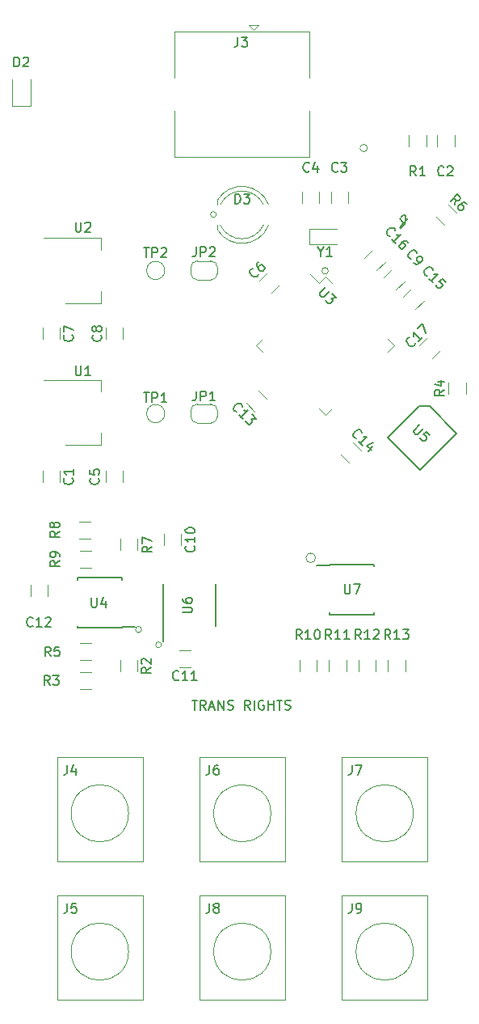
<source format=gbr>
G04 #@! TF.GenerationSoftware,KiCad,Pcbnew,(5.1.2)-2*
G04 #@! TF.CreationDate,2019-12-19T20:27:39-08:00*
G04 #@! TF.ProjectId,mainboard,6d61696e-626f-4617-9264-2e6b69636164,v3*
G04 #@! TF.SameCoordinates,Original*
G04 #@! TF.FileFunction,Legend,Top*
G04 #@! TF.FilePolarity,Positive*
%FSLAX46Y46*%
G04 Gerber Fmt 4.6, Leading zero omitted, Abs format (unit mm)*
G04 Created by KiCad (PCBNEW (5.1.2)-2) date 2019-12-19 20:27:39*
%MOMM*%
%LPD*%
G04 APERTURE LIST*
%ADD10C,0.150000*%
%ADD11C,0.120000*%
%ADD12C,0.050000*%
%ADD13C,0.254000*%
%ADD14C,0.127000*%
G04 APERTURE END LIST*
D10*
X130035714Y-121952380D02*
X130607142Y-121952380D01*
X130321428Y-122952380D02*
X130321428Y-121952380D01*
X131511904Y-122952380D02*
X131178571Y-122476190D01*
X130940476Y-122952380D02*
X130940476Y-121952380D01*
X131321428Y-121952380D01*
X131416666Y-122000000D01*
X131464285Y-122047619D01*
X131511904Y-122142857D01*
X131511904Y-122285714D01*
X131464285Y-122380952D01*
X131416666Y-122428571D01*
X131321428Y-122476190D01*
X130940476Y-122476190D01*
X131892857Y-122666666D02*
X132369047Y-122666666D01*
X131797619Y-122952380D02*
X132130952Y-121952380D01*
X132464285Y-122952380D01*
X132797619Y-122952380D02*
X132797619Y-121952380D01*
X133369047Y-122952380D01*
X133369047Y-121952380D01*
X133797619Y-122904761D02*
X133940476Y-122952380D01*
X134178571Y-122952380D01*
X134273809Y-122904761D01*
X134321428Y-122857142D01*
X134369047Y-122761904D01*
X134369047Y-122666666D01*
X134321428Y-122571428D01*
X134273809Y-122523809D01*
X134178571Y-122476190D01*
X133988095Y-122428571D01*
X133892857Y-122380952D01*
X133845238Y-122333333D01*
X133797619Y-122238095D01*
X133797619Y-122142857D01*
X133845238Y-122047619D01*
X133892857Y-122000000D01*
X133988095Y-121952380D01*
X134226190Y-121952380D01*
X134369047Y-122000000D01*
X136130952Y-122952380D02*
X135797619Y-122476190D01*
X135559523Y-122952380D02*
X135559523Y-121952380D01*
X135940476Y-121952380D01*
X136035714Y-122000000D01*
X136083333Y-122047619D01*
X136130952Y-122142857D01*
X136130952Y-122285714D01*
X136083333Y-122380952D01*
X136035714Y-122428571D01*
X135940476Y-122476190D01*
X135559523Y-122476190D01*
X136559523Y-122952380D02*
X136559523Y-121952380D01*
X137559523Y-122000000D02*
X137464285Y-121952380D01*
X137321428Y-121952380D01*
X137178571Y-122000000D01*
X137083333Y-122095238D01*
X137035714Y-122190476D01*
X136988095Y-122380952D01*
X136988095Y-122523809D01*
X137035714Y-122714285D01*
X137083333Y-122809523D01*
X137178571Y-122904761D01*
X137321428Y-122952380D01*
X137416666Y-122952380D01*
X137559523Y-122904761D01*
X137607142Y-122857142D01*
X137607142Y-122523809D01*
X137416666Y-122523809D01*
X138035714Y-122952380D02*
X138035714Y-121952380D01*
X138035714Y-122428571D02*
X138607142Y-122428571D01*
X138607142Y-122952380D02*
X138607142Y-121952380D01*
X138940476Y-121952380D02*
X139511904Y-121952380D01*
X139226190Y-122952380D02*
X139226190Y-121952380D01*
X139797619Y-122904761D02*
X139940476Y-122952380D01*
X140178571Y-122952380D01*
X140273809Y-122904761D01*
X140321428Y-122857142D01*
X140369047Y-122761904D01*
X140369047Y-122666666D01*
X140321428Y-122571428D01*
X140273809Y-122523809D01*
X140178571Y-122476190D01*
X139988095Y-122428571D01*
X139892857Y-122380952D01*
X139845238Y-122333333D01*
X139797619Y-122238095D01*
X139797619Y-122142857D01*
X139845238Y-122047619D01*
X139892857Y-122000000D01*
X139988095Y-121952380D01*
X140226190Y-121952380D01*
X140369047Y-122000000D01*
D11*
X148430789Y-64150000D02*
G75*
G03X148430789Y-64150000I-380789J0D01*
G01*
X124766228Y-114550000D02*
G75*
G03X124766228Y-114550000I-316228J0D01*
G01*
X126850000Y-116150000D02*
G75*
G03X126850000Y-116150000I-300000J0D01*
G01*
X143000000Y-107050000D02*
G75*
G03X143000000Y-107050000I-500000J0D01*
G01*
X144335410Y-77000000D02*
G75*
G03X144335410Y-77000000I-335410J0D01*
G01*
X132600000Y-71100000D02*
G75*
G03X132600000Y-71100000I-300000J0D01*
G01*
D12*
X115896000Y-138786000D02*
X124896000Y-138786000D01*
X115896000Y-127886000D02*
X124896000Y-127886000D01*
X124896000Y-127886000D02*
X124896000Y-138786000D01*
D11*
X123396000Y-133786000D02*
G75*
G03X123396000Y-133786000I-3000000J0D01*
G01*
D12*
X115896000Y-127886000D02*
X115896000Y-138786000D01*
X130818500Y-138786000D02*
X139818500Y-138786000D01*
X130818500Y-127886000D02*
X139818500Y-127886000D01*
X139818500Y-127886000D02*
X139818500Y-138786000D01*
D11*
X138318500Y-133786000D02*
G75*
G03X138318500Y-133786000I-3000000J0D01*
G01*
D12*
X130818500Y-127886000D02*
X130818500Y-138786000D01*
X115896000Y-153264000D02*
X124896000Y-153264000D01*
X115896000Y-142364000D02*
X124896000Y-142364000D01*
X124896000Y-142364000D02*
X124896000Y-153264000D01*
D11*
X123396000Y-148264000D02*
G75*
G03X123396000Y-148264000I-3000000J0D01*
G01*
D12*
X115896000Y-142364000D02*
X115896000Y-153264000D01*
X145741000Y-138786000D02*
X154741000Y-138786000D01*
X145741000Y-127886000D02*
X154741000Y-127886000D01*
X154741000Y-127886000D02*
X154741000Y-138786000D01*
D11*
X153241000Y-133786000D02*
G75*
G03X153241000Y-133786000I-3000000J0D01*
G01*
D12*
X145741000Y-127886000D02*
X145741000Y-138786000D01*
X130818500Y-153264000D02*
X139818500Y-153264000D01*
X130818500Y-142364000D02*
X139818500Y-142364000D01*
X139818500Y-142364000D02*
X139818500Y-153264000D01*
D11*
X138318500Y-148264000D02*
G75*
G03X138318500Y-148264000I-3000000J0D01*
G01*
D12*
X130818500Y-142364000D02*
X130818500Y-153264000D01*
X145741000Y-153264000D02*
X154741000Y-153264000D01*
X145741000Y-142364000D02*
X154741000Y-142364000D01*
X154741000Y-142364000D02*
X154741000Y-153264000D01*
D11*
X153241000Y-148264000D02*
G75*
G03X153241000Y-148264000I-3000000J0D01*
G01*
D12*
X145741000Y-142364000D02*
X145741000Y-153264000D01*
D10*
X132519000Y-114214000D02*
X132519000Y-109814000D01*
X126994000Y-115789000D02*
X126994000Y-109814000D01*
D11*
X111181000Y-56912000D02*
X111181000Y-59772000D01*
X111181000Y-59772000D02*
X113101000Y-59772000D01*
X113101000Y-59772000D02*
X113101000Y-56912000D01*
D13*
X151814871Y-72483304D02*
X152353686Y-71944489D01*
D11*
X128225000Y-56753000D02*
X128225000Y-51953000D01*
X128225000Y-65053000D02*
X128225000Y-60253000D01*
X142325000Y-65053000D02*
X128225000Y-65053000D01*
X142325000Y-60253000D02*
X142325000Y-65053000D01*
X142325000Y-51953000D02*
X142325000Y-56753000D01*
X128225000Y-51953000D02*
X142325000Y-51953000D01*
X136025000Y-51253000D02*
X136525000Y-51753000D01*
X137025000Y-51253000D02*
X136025000Y-51253000D01*
X136525000Y-51753000D02*
X137025000Y-51253000D01*
X132018000Y-90948000D02*
G75*
G02X132718000Y-91648000I0J-700000D01*
G01*
X132718000Y-92248000D02*
G75*
G02X132018000Y-92948000I-700000J0D01*
G01*
X130618000Y-92948000D02*
G75*
G02X129918000Y-92248000I0J700000D01*
G01*
X129918000Y-91648000D02*
G75*
G02X130618000Y-90948000I700000J0D01*
G01*
X129918000Y-92248000D02*
X129918000Y-91648000D01*
X132018000Y-92948000D02*
X130618000Y-92948000D01*
X132718000Y-91648000D02*
X132718000Y-92248000D01*
X130618000Y-90948000D02*
X132018000Y-90948000D01*
X130618000Y-75962000D02*
X132018000Y-75962000D01*
X132718000Y-76662000D02*
X132718000Y-77262000D01*
X132018000Y-77962000D02*
X130618000Y-77962000D01*
X129918000Y-77262000D02*
X129918000Y-76662000D01*
X129918000Y-76662000D02*
G75*
G02X130618000Y-75962000I700000J0D01*
G01*
X130618000Y-77962000D02*
G75*
G02X129918000Y-77262000I0J700000D01*
G01*
X132718000Y-77262000D02*
G75*
G02X132018000Y-77962000I-700000J0D01*
G01*
X132018000Y-75962000D02*
G75*
G02X132718000Y-76662000I0J-700000D01*
G01*
X152790000Y-62810436D02*
X152790000Y-64014564D01*
X154610000Y-62810436D02*
X154610000Y-64014564D01*
X122534000Y-117761936D02*
X122534000Y-118966064D01*
X124354000Y-117761936D02*
X124354000Y-118966064D01*
X118269936Y-118978000D02*
X119474064Y-118978000D01*
X118269936Y-120798000D02*
X119474064Y-120798000D01*
X156951000Y-89883064D02*
X156951000Y-88678936D01*
X158771000Y-89883064D02*
X158771000Y-88678936D01*
X118269936Y-115930000D02*
X119474064Y-115930000D01*
X118269936Y-117750000D02*
X119474064Y-117750000D01*
X157787191Y-70902256D02*
X156935744Y-70050809D01*
X156500256Y-72189191D02*
X155648809Y-71337744D01*
X124354000Y-106266064D02*
X124354000Y-105061936D01*
X122534000Y-106266064D02*
X122534000Y-105061936D01*
X118233436Y-103230000D02*
X119437564Y-103230000D01*
X118233436Y-105050000D02*
X119437564Y-105050000D01*
X118269936Y-106278000D02*
X119474064Y-106278000D01*
X118269936Y-108098000D02*
X119474064Y-108098000D01*
X141330000Y-118966064D02*
X141330000Y-117761936D01*
X143150000Y-118966064D02*
X143150000Y-117761936D01*
X146240333Y-118966064D02*
X146240333Y-117761936D01*
X144420333Y-118966064D02*
X144420333Y-117761936D01*
X147510666Y-118966064D02*
X147510666Y-117761936D01*
X149330666Y-118966064D02*
X149330666Y-117761936D01*
X152421000Y-118966064D02*
X152421000Y-117761936D01*
X150601000Y-118966064D02*
X150601000Y-117761936D01*
X127188000Y-91948000D02*
G75*
G03X127188000Y-91948000I-950000J0D01*
G01*
X127188000Y-76962000D02*
G75*
G03X127188000Y-76962000I-950000J0D01*
G01*
X114518000Y-88411000D02*
X120528000Y-88411000D01*
X116768000Y-95231000D02*
X120528000Y-95231000D01*
X120528000Y-88411000D02*
X120528000Y-89671000D01*
X120528000Y-95231000D02*
X120528000Y-93971000D01*
X120528000Y-80372000D02*
X120528000Y-79112000D01*
X120528000Y-73552000D02*
X120528000Y-74812000D01*
X116768000Y-80372000D02*
X120528000Y-80372000D01*
X114518000Y-73552000D02*
X120528000Y-73552000D01*
D10*
X122721000Y-114260000D02*
X124071000Y-114260000D01*
X122721000Y-109135000D02*
X118071000Y-109135000D01*
X122721000Y-114385000D02*
X118071000Y-114385000D01*
X122721000Y-109135000D02*
X122721000Y-109360000D01*
X118071000Y-109135000D02*
X118071000Y-109360000D01*
X118071000Y-114385000D02*
X118071000Y-114160000D01*
X122721000Y-114385000D02*
X122721000Y-114260000D01*
X153827982Y-91189905D02*
X154959353Y-91189905D01*
X154959353Y-91189905D02*
X157787780Y-94018332D01*
X157787780Y-94018332D02*
X153962332Y-97843780D01*
X153962332Y-97843780D02*
X150568220Y-94449668D01*
X150568220Y-94449668D02*
X153827982Y-91189905D01*
X144487000Y-107738000D02*
X144487000Y-107863000D01*
X149137000Y-107738000D02*
X149137000Y-107963000D01*
X149137000Y-112988000D02*
X149137000Y-112763000D01*
X144487000Y-112988000D02*
X144487000Y-112763000D01*
X144487000Y-107738000D02*
X149137000Y-107738000D01*
X144487000Y-112988000D02*
X149137000Y-112988000D01*
X144487000Y-107863000D02*
X143137000Y-107863000D01*
D11*
X145218000Y-72606000D02*
X142368000Y-72606000D01*
X142368000Y-72606000D02*
X142368000Y-74206000D01*
X142368000Y-74206000D02*
X145218000Y-74206000D01*
X116226000Y-97949936D02*
X116226000Y-99154064D01*
X114406000Y-97949936D02*
X114406000Y-99154064D01*
X155740000Y-62810436D02*
X155740000Y-64014564D01*
X157560000Y-62810436D02*
X157560000Y-64014564D01*
X146452000Y-69944064D02*
X146452000Y-68739936D01*
X144632000Y-69944064D02*
X144632000Y-68739936D01*
X141584000Y-69944064D02*
X141584000Y-68739936D01*
X143404000Y-69944064D02*
X143404000Y-68739936D01*
X122830000Y-97949936D02*
X122830000Y-99154064D01*
X121010000Y-97949936D02*
X121010000Y-99154064D01*
X116226000Y-82963936D02*
X116226000Y-84168064D01*
X114406000Y-82963936D02*
X114406000Y-84168064D01*
X121010000Y-82963936D02*
X121010000Y-84168064D01*
X122830000Y-82963936D02*
X122830000Y-84168064D01*
X152300791Y-78094144D02*
X151449344Y-78945591D01*
X151013856Y-76807209D02*
X150162409Y-77658656D01*
X128926000Y-105758064D02*
X128926000Y-104553936D01*
X127106000Y-105758064D02*
X127106000Y-104553936D01*
X129888064Y-118512000D02*
X128683936Y-118512000D01*
X129888064Y-116692000D02*
X128683936Y-116692000D01*
X114956000Y-111092064D02*
X114956000Y-109887936D01*
X113136000Y-111092064D02*
X113136000Y-109887936D01*
X135737488Y-90859923D02*
X136588935Y-91711370D01*
X137024423Y-89572988D02*
X137875870Y-90424435D01*
X146930423Y-94970488D02*
X147781870Y-95821935D01*
X145643488Y-96257423D02*
X146494935Y-97108870D01*
X153045856Y-78839209D02*
X152194409Y-79690656D01*
X154332791Y-80126144D02*
X153481344Y-80977591D01*
X149417344Y-76913591D02*
X150268791Y-76062144D01*
X148130409Y-75626656D02*
X148981856Y-74775209D01*
X156036870Y-85280065D02*
X155185423Y-86131512D01*
X154749935Y-83993130D02*
X153898488Y-84844577D01*
X137106809Y-78014256D02*
X137958256Y-77162809D01*
X138393744Y-79301191D02*
X139245191Y-78449744D01*
X144689751Y-78281120D02*
X144018000Y-77609369D01*
X144018000Y-77609369D02*
X143346249Y-78281120D01*
X150572880Y-84164249D02*
X151244631Y-84836000D01*
X151244631Y-84836000D02*
X150572880Y-85507751D01*
X137463120Y-85507751D02*
X136791369Y-84836000D01*
X136791369Y-84836000D02*
X137463120Y-84164249D01*
X143346249Y-91390880D02*
X144018000Y-92062631D01*
X144018000Y-92062631D02*
X144689751Y-91390880D01*
X143346249Y-78281120D02*
X142434081Y-77368952D01*
X138067815Y-70069173D02*
G75*
G03X132720000Y-69605170I-2787815J-1080827D01*
G01*
X138067815Y-72230827D02*
G75*
G02X132720000Y-72694830I-2787815J1080827D01*
G01*
X137534479Y-70069571D02*
G75*
G03X133025316Y-70070000I-2254479J-1080429D01*
G01*
X137534479Y-72230429D02*
G75*
G02X133025316Y-72230000I-2254479J1080429D01*
G01*
X132720000Y-69605000D02*
X132720000Y-70070000D01*
X132720000Y-72230000D02*
X132720000Y-72695000D01*
D10*
X116962666Y-128738380D02*
X116962666Y-129452666D01*
X116915047Y-129595523D01*
X116819809Y-129690761D01*
X116676952Y-129738380D01*
X116581714Y-129738380D01*
X117867428Y-129071714D02*
X117867428Y-129738380D01*
X117629333Y-128690761D02*
X117391238Y-129405047D01*
X118010285Y-129405047D01*
X131885166Y-128738380D02*
X131885166Y-129452666D01*
X131837547Y-129595523D01*
X131742309Y-129690761D01*
X131599452Y-129738380D01*
X131504214Y-129738380D01*
X132789928Y-128738380D02*
X132599452Y-128738380D01*
X132504214Y-128786000D01*
X132456595Y-128833619D01*
X132361357Y-128976476D01*
X132313738Y-129166952D01*
X132313738Y-129547904D01*
X132361357Y-129643142D01*
X132408976Y-129690761D01*
X132504214Y-129738380D01*
X132694690Y-129738380D01*
X132789928Y-129690761D01*
X132837547Y-129643142D01*
X132885166Y-129547904D01*
X132885166Y-129309809D01*
X132837547Y-129214571D01*
X132789928Y-129166952D01*
X132694690Y-129119333D01*
X132504214Y-129119333D01*
X132408976Y-129166952D01*
X132361357Y-129214571D01*
X132313738Y-129309809D01*
X116962666Y-143216380D02*
X116962666Y-143930666D01*
X116915047Y-144073523D01*
X116819809Y-144168761D01*
X116676952Y-144216380D01*
X116581714Y-144216380D01*
X117915047Y-143216380D02*
X117438857Y-143216380D01*
X117391238Y-143692571D01*
X117438857Y-143644952D01*
X117534095Y-143597333D01*
X117772190Y-143597333D01*
X117867428Y-143644952D01*
X117915047Y-143692571D01*
X117962666Y-143787809D01*
X117962666Y-144025904D01*
X117915047Y-144121142D01*
X117867428Y-144168761D01*
X117772190Y-144216380D01*
X117534095Y-144216380D01*
X117438857Y-144168761D01*
X117391238Y-144121142D01*
X146807666Y-128738380D02*
X146807666Y-129452666D01*
X146760047Y-129595523D01*
X146664809Y-129690761D01*
X146521952Y-129738380D01*
X146426714Y-129738380D01*
X147188619Y-128738380D02*
X147855285Y-128738380D01*
X147426714Y-129738380D01*
X131885166Y-143216380D02*
X131885166Y-143930666D01*
X131837547Y-144073523D01*
X131742309Y-144168761D01*
X131599452Y-144216380D01*
X131504214Y-144216380D01*
X132504214Y-143644952D02*
X132408976Y-143597333D01*
X132361357Y-143549714D01*
X132313738Y-143454476D01*
X132313738Y-143406857D01*
X132361357Y-143311619D01*
X132408976Y-143264000D01*
X132504214Y-143216380D01*
X132694690Y-143216380D01*
X132789928Y-143264000D01*
X132837547Y-143311619D01*
X132885166Y-143406857D01*
X132885166Y-143454476D01*
X132837547Y-143549714D01*
X132789928Y-143597333D01*
X132694690Y-143644952D01*
X132504214Y-143644952D01*
X132408976Y-143692571D01*
X132361357Y-143740190D01*
X132313738Y-143835428D01*
X132313738Y-144025904D01*
X132361357Y-144121142D01*
X132408976Y-144168761D01*
X132504214Y-144216380D01*
X132694690Y-144216380D01*
X132789928Y-144168761D01*
X132837547Y-144121142D01*
X132885166Y-144025904D01*
X132885166Y-143835428D01*
X132837547Y-143740190D01*
X132789928Y-143692571D01*
X132694690Y-143644952D01*
X146807666Y-143216380D02*
X146807666Y-143930666D01*
X146760047Y-144073523D01*
X146664809Y-144168761D01*
X146521952Y-144216380D01*
X146426714Y-144216380D01*
X147331476Y-144216380D02*
X147521952Y-144216380D01*
X147617190Y-144168761D01*
X147664809Y-144121142D01*
X147760047Y-143978285D01*
X147807666Y-143787809D01*
X147807666Y-143406857D01*
X147760047Y-143311619D01*
X147712428Y-143264000D01*
X147617190Y-143216380D01*
X147426714Y-143216380D01*
X147331476Y-143264000D01*
X147283857Y-143311619D01*
X147236238Y-143406857D01*
X147236238Y-143644952D01*
X147283857Y-143740190D01*
X147331476Y-143787809D01*
X147426714Y-143835428D01*
X147617190Y-143835428D01*
X147712428Y-143787809D01*
X147760047Y-143740190D01*
X147807666Y-143644952D01*
X129055880Y-112775904D02*
X129865404Y-112775904D01*
X129960642Y-112728285D01*
X130008261Y-112680666D01*
X130055880Y-112585428D01*
X130055880Y-112394952D01*
X130008261Y-112299714D01*
X129960642Y-112252095D01*
X129865404Y-112204476D01*
X129055880Y-112204476D01*
X129055880Y-111299714D02*
X129055880Y-111490190D01*
X129103500Y-111585428D01*
X129151119Y-111633047D01*
X129293976Y-111728285D01*
X129484452Y-111775904D01*
X129865404Y-111775904D01*
X129960642Y-111728285D01*
X130008261Y-111680666D01*
X130055880Y-111585428D01*
X130055880Y-111394952D01*
X130008261Y-111299714D01*
X129960642Y-111252095D01*
X129865404Y-111204476D01*
X129627309Y-111204476D01*
X129532071Y-111252095D01*
X129484452Y-111299714D01*
X129436833Y-111394952D01*
X129436833Y-111585428D01*
X129484452Y-111680666D01*
X129532071Y-111728285D01*
X129627309Y-111775904D01*
X111402904Y-55633880D02*
X111402904Y-54633880D01*
X111641000Y-54633880D01*
X111783857Y-54681500D01*
X111879095Y-54776738D01*
X111926714Y-54871976D01*
X111974333Y-55062452D01*
X111974333Y-55205309D01*
X111926714Y-55395785D01*
X111879095Y-55491023D01*
X111783857Y-55586261D01*
X111641000Y-55633880D01*
X111402904Y-55633880D01*
X112355285Y-54729119D02*
X112402904Y-54681500D01*
X112498142Y-54633880D01*
X112736238Y-54633880D01*
X112831476Y-54681500D01*
X112879095Y-54729119D01*
X112926714Y-54824357D01*
X112926714Y-54919595D01*
X112879095Y-55062452D01*
X112307666Y-55633880D01*
X112926714Y-55633880D01*
D14*
X151820263Y-71507631D02*
X152128157Y-71815526D01*
X152169210Y-71897631D01*
X152169210Y-71979736D01*
X152128157Y-72061841D01*
X152087105Y-72102894D01*
X152046052Y-71363947D02*
X152046052Y-71322894D01*
X152066579Y-71261316D01*
X152169210Y-71158684D01*
X152230789Y-71138158D01*
X152271842Y-71138158D01*
X152333420Y-71158684D01*
X152374473Y-71199737D01*
X152415526Y-71281842D01*
X152415526Y-71774473D01*
X152682368Y-71507631D01*
D10*
X134858166Y-52538380D02*
X134858166Y-53252666D01*
X134810547Y-53395523D01*
X134715309Y-53490761D01*
X134572452Y-53538380D01*
X134477214Y-53538380D01*
X135239119Y-52538380D02*
X135858166Y-52538380D01*
X135524833Y-52919333D01*
X135667690Y-52919333D01*
X135762928Y-52966952D01*
X135810547Y-53014571D01*
X135858166Y-53109809D01*
X135858166Y-53347904D01*
X135810547Y-53443142D01*
X135762928Y-53490761D01*
X135667690Y-53538380D01*
X135381976Y-53538380D01*
X135286738Y-53490761D01*
X135239119Y-53443142D01*
X130484666Y-89600380D02*
X130484666Y-90314666D01*
X130437047Y-90457523D01*
X130341809Y-90552761D01*
X130198952Y-90600380D01*
X130103714Y-90600380D01*
X130960857Y-90600380D02*
X130960857Y-89600380D01*
X131341809Y-89600380D01*
X131437047Y-89648000D01*
X131484666Y-89695619D01*
X131532285Y-89790857D01*
X131532285Y-89933714D01*
X131484666Y-90028952D01*
X131437047Y-90076571D01*
X131341809Y-90124190D01*
X130960857Y-90124190D01*
X132484666Y-90600380D02*
X131913238Y-90600380D01*
X132198952Y-90600380D02*
X132198952Y-89600380D01*
X132103714Y-89743238D01*
X132008476Y-89838476D01*
X131913238Y-89886095D01*
X130484666Y-74509380D02*
X130484666Y-75223666D01*
X130437047Y-75366523D01*
X130341809Y-75461761D01*
X130198952Y-75509380D01*
X130103714Y-75509380D01*
X130960857Y-75509380D02*
X130960857Y-74509380D01*
X131341809Y-74509380D01*
X131437047Y-74557000D01*
X131484666Y-74604619D01*
X131532285Y-74699857D01*
X131532285Y-74842714D01*
X131484666Y-74937952D01*
X131437047Y-74985571D01*
X131341809Y-75033190D01*
X130960857Y-75033190D01*
X131913238Y-74604619D02*
X131960857Y-74557000D01*
X132056095Y-74509380D01*
X132294190Y-74509380D01*
X132389428Y-74557000D01*
X132437047Y-74604619D01*
X132484666Y-74699857D01*
X132484666Y-74795095D01*
X132437047Y-74937952D01*
X131865619Y-75509380D01*
X132484666Y-75509380D01*
X153533333Y-67052380D02*
X153200000Y-66576190D01*
X152961904Y-67052380D02*
X152961904Y-66052380D01*
X153342857Y-66052380D01*
X153438095Y-66100000D01*
X153485714Y-66147619D01*
X153533333Y-66242857D01*
X153533333Y-66385714D01*
X153485714Y-66480952D01*
X153438095Y-66528571D01*
X153342857Y-66576190D01*
X152961904Y-66576190D01*
X154485714Y-67052380D02*
X153914285Y-67052380D01*
X154200000Y-67052380D02*
X154200000Y-66052380D01*
X154104761Y-66195238D01*
X154009523Y-66290476D01*
X153914285Y-66338095D01*
X125716380Y-118530666D02*
X125240190Y-118864000D01*
X125716380Y-119102095D02*
X124716380Y-119102095D01*
X124716380Y-118721142D01*
X124764000Y-118625904D01*
X124811619Y-118578285D01*
X124906857Y-118530666D01*
X125049714Y-118530666D01*
X125144952Y-118578285D01*
X125192571Y-118625904D01*
X125240190Y-118721142D01*
X125240190Y-119102095D01*
X124811619Y-118149714D02*
X124764000Y-118102095D01*
X124716380Y-118006857D01*
X124716380Y-117768761D01*
X124764000Y-117673523D01*
X124811619Y-117625904D01*
X124906857Y-117578285D01*
X125002095Y-117578285D01*
X125144952Y-117625904D01*
X125716380Y-118197333D01*
X125716380Y-117578285D01*
X115133333Y-120352380D02*
X114800000Y-119876190D01*
X114561904Y-120352380D02*
X114561904Y-119352380D01*
X114942857Y-119352380D01*
X115038095Y-119400000D01*
X115085714Y-119447619D01*
X115133333Y-119542857D01*
X115133333Y-119685714D01*
X115085714Y-119780952D01*
X115038095Y-119828571D01*
X114942857Y-119876190D01*
X114561904Y-119876190D01*
X115466666Y-119352380D02*
X116085714Y-119352380D01*
X115752380Y-119733333D01*
X115895238Y-119733333D01*
X115990476Y-119780952D01*
X116038095Y-119828571D01*
X116085714Y-119923809D01*
X116085714Y-120161904D01*
X116038095Y-120257142D01*
X115990476Y-120304761D01*
X115895238Y-120352380D01*
X115609523Y-120352380D01*
X115514285Y-120304761D01*
X115466666Y-120257142D01*
X156493380Y-89447666D02*
X156017190Y-89781000D01*
X156493380Y-90019095D02*
X155493380Y-90019095D01*
X155493380Y-89638142D01*
X155541000Y-89542904D01*
X155588619Y-89495285D01*
X155683857Y-89447666D01*
X155826714Y-89447666D01*
X155921952Y-89495285D01*
X155969571Y-89542904D01*
X156017190Y-89638142D01*
X156017190Y-90019095D01*
X155826714Y-88590523D02*
X156493380Y-88590523D01*
X155445761Y-88828619D02*
X156160047Y-89066714D01*
X156160047Y-88447666D01*
X115233333Y-117352380D02*
X114900000Y-116876190D01*
X114661904Y-117352380D02*
X114661904Y-116352380D01*
X115042857Y-116352380D01*
X115138095Y-116400000D01*
X115185714Y-116447619D01*
X115233333Y-116542857D01*
X115233333Y-116685714D01*
X115185714Y-116780952D01*
X115138095Y-116828571D01*
X115042857Y-116876190D01*
X114661904Y-116876190D01*
X116138095Y-116352380D02*
X115661904Y-116352380D01*
X115614285Y-116828571D01*
X115661904Y-116780952D01*
X115757142Y-116733333D01*
X115995238Y-116733333D01*
X116090476Y-116780952D01*
X116138095Y-116828571D01*
X116185714Y-116923809D01*
X116185714Y-117161904D01*
X116138095Y-117257142D01*
X116090476Y-117304761D01*
X115995238Y-117352380D01*
X115757142Y-117352380D01*
X115661904Y-117304761D01*
X115614285Y-117257142D01*
X157550268Y-70102030D02*
X157651283Y-69529610D01*
X157146207Y-69697969D02*
X157853313Y-68990862D01*
X158122688Y-69260236D01*
X158156359Y-69361251D01*
X158156359Y-69428595D01*
X158122688Y-69529610D01*
X158021672Y-69630625D01*
X157920657Y-69664297D01*
X157853313Y-69664297D01*
X157752298Y-69630625D01*
X157482924Y-69361251D01*
X158863466Y-70001015D02*
X158728779Y-69866328D01*
X158627764Y-69832656D01*
X158560420Y-69832656D01*
X158392062Y-69866328D01*
X158223703Y-69967343D01*
X157954329Y-70236717D01*
X157920657Y-70337732D01*
X157920657Y-70405076D01*
X157954329Y-70506091D01*
X158089016Y-70640778D01*
X158190031Y-70674450D01*
X158257375Y-70674450D01*
X158358390Y-70640778D01*
X158526749Y-70472419D01*
X158560420Y-70371404D01*
X158560420Y-70304061D01*
X158526749Y-70203045D01*
X158392062Y-70068358D01*
X158291046Y-70034687D01*
X158223703Y-70034687D01*
X158122688Y-70068358D01*
X125852380Y-105866666D02*
X125376190Y-106200000D01*
X125852380Y-106438095D02*
X124852380Y-106438095D01*
X124852380Y-106057142D01*
X124900000Y-105961904D01*
X124947619Y-105914285D01*
X125042857Y-105866666D01*
X125185714Y-105866666D01*
X125280952Y-105914285D01*
X125328571Y-105961904D01*
X125376190Y-106057142D01*
X125376190Y-106438095D01*
X124852380Y-105533333D02*
X124852380Y-104866666D01*
X125852380Y-105295238D01*
X116152380Y-104266666D02*
X115676190Y-104600000D01*
X116152380Y-104838095D02*
X115152380Y-104838095D01*
X115152380Y-104457142D01*
X115200000Y-104361904D01*
X115247619Y-104314285D01*
X115342857Y-104266666D01*
X115485714Y-104266666D01*
X115580952Y-104314285D01*
X115628571Y-104361904D01*
X115676190Y-104457142D01*
X115676190Y-104838095D01*
X115580952Y-103695238D02*
X115533333Y-103790476D01*
X115485714Y-103838095D01*
X115390476Y-103885714D01*
X115342857Y-103885714D01*
X115247619Y-103838095D01*
X115200000Y-103790476D01*
X115152380Y-103695238D01*
X115152380Y-103504761D01*
X115200000Y-103409523D01*
X115247619Y-103361904D01*
X115342857Y-103314285D01*
X115390476Y-103314285D01*
X115485714Y-103361904D01*
X115533333Y-103409523D01*
X115580952Y-103504761D01*
X115580952Y-103695238D01*
X115628571Y-103790476D01*
X115676190Y-103838095D01*
X115771428Y-103885714D01*
X115961904Y-103885714D01*
X116057142Y-103838095D01*
X116104761Y-103790476D01*
X116152380Y-103695238D01*
X116152380Y-103504761D01*
X116104761Y-103409523D01*
X116057142Y-103361904D01*
X115961904Y-103314285D01*
X115771428Y-103314285D01*
X115676190Y-103361904D01*
X115628571Y-103409523D01*
X115580952Y-103504761D01*
X116152380Y-107366666D02*
X115676190Y-107700000D01*
X116152380Y-107938095D02*
X115152380Y-107938095D01*
X115152380Y-107557142D01*
X115200000Y-107461904D01*
X115247619Y-107414285D01*
X115342857Y-107366666D01*
X115485714Y-107366666D01*
X115580952Y-107414285D01*
X115628571Y-107461904D01*
X115676190Y-107557142D01*
X115676190Y-107938095D01*
X116152380Y-106890476D02*
X116152380Y-106700000D01*
X116104761Y-106604761D01*
X116057142Y-106557142D01*
X115914285Y-106461904D01*
X115723809Y-106414285D01*
X115342857Y-106414285D01*
X115247619Y-106461904D01*
X115200000Y-106509523D01*
X115152380Y-106604761D01*
X115152380Y-106795238D01*
X115200000Y-106890476D01*
X115247619Y-106938095D01*
X115342857Y-106985714D01*
X115580952Y-106985714D01*
X115676190Y-106938095D01*
X115723809Y-106890476D01*
X115771428Y-106795238D01*
X115771428Y-106604761D01*
X115723809Y-106509523D01*
X115676190Y-106461904D01*
X115580952Y-106414285D01*
X141557142Y-115552380D02*
X141223809Y-115076190D01*
X140985714Y-115552380D02*
X140985714Y-114552380D01*
X141366666Y-114552380D01*
X141461904Y-114600000D01*
X141509523Y-114647619D01*
X141557142Y-114742857D01*
X141557142Y-114885714D01*
X141509523Y-114980952D01*
X141461904Y-115028571D01*
X141366666Y-115076190D01*
X140985714Y-115076190D01*
X142509523Y-115552380D02*
X141938095Y-115552380D01*
X142223809Y-115552380D02*
X142223809Y-114552380D01*
X142128571Y-114695238D01*
X142033333Y-114790476D01*
X141938095Y-114838095D01*
X143128571Y-114552380D02*
X143223809Y-114552380D01*
X143319047Y-114600000D01*
X143366666Y-114647619D01*
X143414285Y-114742857D01*
X143461904Y-114933333D01*
X143461904Y-115171428D01*
X143414285Y-115361904D01*
X143366666Y-115457142D01*
X143319047Y-115504761D01*
X143223809Y-115552380D01*
X143128571Y-115552380D01*
X143033333Y-115504761D01*
X142985714Y-115457142D01*
X142938095Y-115361904D01*
X142890476Y-115171428D01*
X142890476Y-114933333D01*
X142938095Y-114742857D01*
X142985714Y-114647619D01*
X143033333Y-114600000D01*
X143128571Y-114552380D01*
X144657142Y-115552380D02*
X144323809Y-115076190D01*
X144085714Y-115552380D02*
X144085714Y-114552380D01*
X144466666Y-114552380D01*
X144561904Y-114600000D01*
X144609523Y-114647619D01*
X144657142Y-114742857D01*
X144657142Y-114885714D01*
X144609523Y-114980952D01*
X144561904Y-115028571D01*
X144466666Y-115076190D01*
X144085714Y-115076190D01*
X145609523Y-115552380D02*
X145038095Y-115552380D01*
X145323809Y-115552380D02*
X145323809Y-114552380D01*
X145228571Y-114695238D01*
X145133333Y-114790476D01*
X145038095Y-114838095D01*
X146561904Y-115552380D02*
X145990476Y-115552380D01*
X146276190Y-115552380D02*
X146276190Y-114552380D01*
X146180952Y-114695238D01*
X146085714Y-114790476D01*
X145990476Y-114838095D01*
X147757142Y-115552380D02*
X147423809Y-115076190D01*
X147185714Y-115552380D02*
X147185714Y-114552380D01*
X147566666Y-114552380D01*
X147661904Y-114600000D01*
X147709523Y-114647619D01*
X147757142Y-114742857D01*
X147757142Y-114885714D01*
X147709523Y-114980952D01*
X147661904Y-115028571D01*
X147566666Y-115076190D01*
X147185714Y-115076190D01*
X148709523Y-115552380D02*
X148138095Y-115552380D01*
X148423809Y-115552380D02*
X148423809Y-114552380D01*
X148328571Y-114695238D01*
X148233333Y-114790476D01*
X148138095Y-114838095D01*
X149090476Y-114647619D02*
X149138095Y-114600000D01*
X149233333Y-114552380D01*
X149471428Y-114552380D01*
X149566666Y-114600000D01*
X149614285Y-114647619D01*
X149661904Y-114742857D01*
X149661904Y-114838095D01*
X149614285Y-114980952D01*
X149042857Y-115552380D01*
X149661904Y-115552380D01*
X150857142Y-115552380D02*
X150523809Y-115076190D01*
X150285714Y-115552380D02*
X150285714Y-114552380D01*
X150666666Y-114552380D01*
X150761904Y-114600000D01*
X150809523Y-114647619D01*
X150857142Y-114742857D01*
X150857142Y-114885714D01*
X150809523Y-114980952D01*
X150761904Y-115028571D01*
X150666666Y-115076190D01*
X150285714Y-115076190D01*
X151809523Y-115552380D02*
X151238095Y-115552380D01*
X151523809Y-115552380D02*
X151523809Y-114552380D01*
X151428571Y-114695238D01*
X151333333Y-114790476D01*
X151238095Y-114838095D01*
X152142857Y-114552380D02*
X152761904Y-114552380D01*
X152428571Y-114933333D01*
X152571428Y-114933333D01*
X152666666Y-114980952D01*
X152714285Y-115028571D01*
X152761904Y-115123809D01*
X152761904Y-115361904D01*
X152714285Y-115457142D01*
X152666666Y-115504761D01*
X152571428Y-115552380D01*
X152285714Y-115552380D01*
X152190476Y-115504761D01*
X152142857Y-115457142D01*
X124976095Y-89752380D02*
X125547523Y-89752380D01*
X125261809Y-90752380D02*
X125261809Y-89752380D01*
X125880857Y-90752380D02*
X125880857Y-89752380D01*
X126261809Y-89752380D01*
X126357047Y-89800000D01*
X126404666Y-89847619D01*
X126452285Y-89942857D01*
X126452285Y-90085714D01*
X126404666Y-90180952D01*
X126357047Y-90228571D01*
X126261809Y-90276190D01*
X125880857Y-90276190D01*
X127404666Y-90752380D02*
X126833238Y-90752380D01*
X127118952Y-90752380D02*
X127118952Y-89752380D01*
X127023714Y-89895238D01*
X126928476Y-89990476D01*
X126833238Y-90038095D01*
X124976095Y-74572880D02*
X125547523Y-74572880D01*
X125261809Y-75572880D02*
X125261809Y-74572880D01*
X125880857Y-75572880D02*
X125880857Y-74572880D01*
X126261809Y-74572880D01*
X126357047Y-74620500D01*
X126404666Y-74668119D01*
X126452285Y-74763357D01*
X126452285Y-74906214D01*
X126404666Y-75001452D01*
X126357047Y-75049071D01*
X126261809Y-75096690D01*
X125880857Y-75096690D01*
X126833238Y-74668119D02*
X126880857Y-74620500D01*
X126976095Y-74572880D01*
X127214190Y-74572880D01*
X127309428Y-74620500D01*
X127357047Y-74668119D01*
X127404666Y-74763357D01*
X127404666Y-74858595D01*
X127357047Y-75001452D01*
X126785619Y-75572880D01*
X127404666Y-75572880D01*
X117856095Y-86955380D02*
X117856095Y-87764904D01*
X117903714Y-87860142D01*
X117951333Y-87907761D01*
X118046571Y-87955380D01*
X118237047Y-87955380D01*
X118332285Y-87907761D01*
X118379904Y-87860142D01*
X118427523Y-87764904D01*
X118427523Y-86955380D01*
X119427523Y-87955380D02*
X118856095Y-87955380D01*
X119141809Y-87955380D02*
X119141809Y-86955380D01*
X119046571Y-87098238D01*
X118951333Y-87193476D01*
X118856095Y-87241095D01*
X117856095Y-71914380D02*
X117856095Y-72723904D01*
X117903714Y-72819142D01*
X117951333Y-72866761D01*
X118046571Y-72914380D01*
X118237047Y-72914380D01*
X118332285Y-72866761D01*
X118379904Y-72819142D01*
X118427523Y-72723904D01*
X118427523Y-71914380D01*
X118856095Y-72009619D02*
X118903714Y-71962000D01*
X118998952Y-71914380D01*
X119237047Y-71914380D01*
X119332285Y-71962000D01*
X119379904Y-72009619D01*
X119427523Y-72104857D01*
X119427523Y-72200095D01*
X119379904Y-72342952D01*
X118808476Y-72914380D01*
X119427523Y-72914380D01*
X119507095Y-111212380D02*
X119507095Y-112021904D01*
X119554714Y-112117142D01*
X119602333Y-112164761D01*
X119697571Y-112212380D01*
X119888047Y-112212380D01*
X119983285Y-112164761D01*
X120030904Y-112117142D01*
X120078523Y-112021904D01*
X120078523Y-111212380D01*
X120983285Y-111545714D02*
X120983285Y-112212380D01*
X120745190Y-111164761D02*
X120507095Y-111879047D01*
X121126142Y-111879047D01*
X153899477Y-93117526D02*
X153327057Y-93689946D01*
X153293385Y-93790961D01*
X153293385Y-93858305D01*
X153327057Y-93959320D01*
X153461744Y-94094007D01*
X153562759Y-94127679D01*
X153630103Y-94127679D01*
X153731118Y-94094007D01*
X154303538Y-93521587D01*
X154976973Y-94195022D02*
X154640255Y-93858305D01*
X154269866Y-94161351D01*
X154337209Y-94161351D01*
X154438225Y-94195022D01*
X154606583Y-94363381D01*
X154640255Y-94464396D01*
X154640255Y-94531740D01*
X154606583Y-94632755D01*
X154438225Y-94801114D01*
X154337209Y-94834786D01*
X154269866Y-94834786D01*
X154168851Y-94801114D01*
X154000492Y-94632755D01*
X153966820Y-94531740D01*
X153966820Y-94464396D01*
X146050095Y-109815380D02*
X146050095Y-110624904D01*
X146097714Y-110720142D01*
X146145333Y-110767761D01*
X146240571Y-110815380D01*
X146431047Y-110815380D01*
X146526285Y-110767761D01*
X146573904Y-110720142D01*
X146621523Y-110624904D01*
X146621523Y-109815380D01*
X147002476Y-109815380D02*
X147669142Y-109815380D01*
X147240571Y-110815380D01*
X143523809Y-74976190D02*
X143523809Y-75452380D01*
X143190476Y-74452380D02*
X143523809Y-74976190D01*
X143857142Y-74452380D01*
X144714285Y-75452380D02*
X144142857Y-75452380D01*
X144428571Y-75452380D02*
X144428571Y-74452380D01*
X144333333Y-74595238D01*
X144238095Y-74690476D01*
X144142857Y-74738095D01*
X117493142Y-98718666D02*
X117540761Y-98766285D01*
X117588380Y-98909142D01*
X117588380Y-99004380D01*
X117540761Y-99147238D01*
X117445523Y-99242476D01*
X117350285Y-99290095D01*
X117159809Y-99337714D01*
X117016952Y-99337714D01*
X116826476Y-99290095D01*
X116731238Y-99242476D01*
X116636000Y-99147238D01*
X116588380Y-99004380D01*
X116588380Y-98909142D01*
X116636000Y-98766285D01*
X116683619Y-98718666D01*
X117588380Y-97766285D02*
X117588380Y-98337714D01*
X117588380Y-98052000D02*
X116588380Y-98052000D01*
X116731238Y-98147238D01*
X116826476Y-98242476D01*
X116874095Y-98337714D01*
X156433333Y-66957142D02*
X156385714Y-67004761D01*
X156242857Y-67052380D01*
X156147619Y-67052380D01*
X156004761Y-67004761D01*
X155909523Y-66909523D01*
X155861904Y-66814285D01*
X155814285Y-66623809D01*
X155814285Y-66480952D01*
X155861904Y-66290476D01*
X155909523Y-66195238D01*
X156004761Y-66100000D01*
X156147619Y-66052380D01*
X156242857Y-66052380D01*
X156385714Y-66100000D01*
X156433333Y-66147619D01*
X156814285Y-66147619D02*
X156861904Y-66100000D01*
X156957142Y-66052380D01*
X157195238Y-66052380D01*
X157290476Y-66100000D01*
X157338095Y-66147619D01*
X157385714Y-66242857D01*
X157385714Y-66338095D01*
X157338095Y-66480952D01*
X156766666Y-67052380D01*
X157385714Y-67052380D01*
X145333333Y-66557142D02*
X145285714Y-66604761D01*
X145142857Y-66652380D01*
X145047619Y-66652380D01*
X144904761Y-66604761D01*
X144809523Y-66509523D01*
X144761904Y-66414285D01*
X144714285Y-66223809D01*
X144714285Y-66080952D01*
X144761904Y-65890476D01*
X144809523Y-65795238D01*
X144904761Y-65700000D01*
X145047619Y-65652380D01*
X145142857Y-65652380D01*
X145285714Y-65700000D01*
X145333333Y-65747619D01*
X145666666Y-65652380D02*
X146285714Y-65652380D01*
X145952380Y-66033333D01*
X146095238Y-66033333D01*
X146190476Y-66080952D01*
X146238095Y-66128571D01*
X146285714Y-66223809D01*
X146285714Y-66461904D01*
X146238095Y-66557142D01*
X146190476Y-66604761D01*
X146095238Y-66652380D01*
X145809523Y-66652380D01*
X145714285Y-66604761D01*
X145666666Y-66557142D01*
X142333333Y-66557142D02*
X142285714Y-66604761D01*
X142142857Y-66652380D01*
X142047619Y-66652380D01*
X141904761Y-66604761D01*
X141809523Y-66509523D01*
X141761904Y-66414285D01*
X141714285Y-66223809D01*
X141714285Y-66080952D01*
X141761904Y-65890476D01*
X141809523Y-65795238D01*
X141904761Y-65700000D01*
X142047619Y-65652380D01*
X142142857Y-65652380D01*
X142285714Y-65700000D01*
X142333333Y-65747619D01*
X143190476Y-65985714D02*
X143190476Y-66652380D01*
X142952380Y-65604761D02*
X142714285Y-66319047D01*
X143333333Y-66319047D01*
X120245142Y-98718666D02*
X120292761Y-98766285D01*
X120340380Y-98909142D01*
X120340380Y-99004380D01*
X120292761Y-99147238D01*
X120197523Y-99242476D01*
X120102285Y-99290095D01*
X119911809Y-99337714D01*
X119768952Y-99337714D01*
X119578476Y-99290095D01*
X119483238Y-99242476D01*
X119388000Y-99147238D01*
X119340380Y-99004380D01*
X119340380Y-98909142D01*
X119388000Y-98766285D01*
X119435619Y-98718666D01*
X119340380Y-97813904D02*
X119340380Y-98290095D01*
X119816571Y-98337714D01*
X119768952Y-98290095D01*
X119721333Y-98194857D01*
X119721333Y-97956761D01*
X119768952Y-97861523D01*
X119816571Y-97813904D01*
X119911809Y-97766285D01*
X120149904Y-97766285D01*
X120245142Y-97813904D01*
X120292761Y-97861523D01*
X120340380Y-97956761D01*
X120340380Y-98194857D01*
X120292761Y-98290095D01*
X120245142Y-98337714D01*
X117493142Y-83732666D02*
X117540761Y-83780285D01*
X117588380Y-83923142D01*
X117588380Y-84018380D01*
X117540761Y-84161238D01*
X117445523Y-84256476D01*
X117350285Y-84304095D01*
X117159809Y-84351714D01*
X117016952Y-84351714D01*
X116826476Y-84304095D01*
X116731238Y-84256476D01*
X116636000Y-84161238D01*
X116588380Y-84018380D01*
X116588380Y-83923142D01*
X116636000Y-83780285D01*
X116683619Y-83732666D01*
X116588380Y-83399333D02*
X116588380Y-82732666D01*
X117588380Y-83161238D01*
X120499142Y-83732666D02*
X120546761Y-83780285D01*
X120594380Y-83923142D01*
X120594380Y-84018380D01*
X120546761Y-84161238D01*
X120451523Y-84256476D01*
X120356285Y-84304095D01*
X120165809Y-84351714D01*
X120022952Y-84351714D01*
X119832476Y-84304095D01*
X119737238Y-84256476D01*
X119642000Y-84161238D01*
X119594380Y-84018380D01*
X119594380Y-83923142D01*
X119642000Y-83780285D01*
X119689619Y-83732666D01*
X120022952Y-83161238D02*
X119975333Y-83256476D01*
X119927714Y-83304095D01*
X119832476Y-83351714D01*
X119784857Y-83351714D01*
X119689619Y-83304095D01*
X119642000Y-83256476D01*
X119594380Y-83161238D01*
X119594380Y-82970761D01*
X119642000Y-82875523D01*
X119689619Y-82827904D01*
X119784857Y-82780285D01*
X119832476Y-82780285D01*
X119927714Y-82827904D01*
X119975333Y-82875523D01*
X120022952Y-82970761D01*
X120022952Y-83161238D01*
X120070571Y-83256476D01*
X120118190Y-83304095D01*
X120213428Y-83351714D01*
X120403904Y-83351714D01*
X120499142Y-83304095D01*
X120546761Y-83256476D01*
X120594380Y-83161238D01*
X120594380Y-82970761D01*
X120546761Y-82875523D01*
X120499142Y-82827904D01*
X120403904Y-82780285D01*
X120213428Y-82780285D01*
X120118190Y-82827904D01*
X120070571Y-82875523D01*
X120022952Y-82970761D01*
X153029610Y-75734687D02*
X152962267Y-75734687D01*
X152827580Y-75667343D01*
X152760236Y-75600000D01*
X152692893Y-75465312D01*
X152692893Y-75330625D01*
X152726564Y-75229610D01*
X152827580Y-75061251D01*
X152928595Y-74960236D01*
X153096954Y-74859221D01*
X153197969Y-74825549D01*
X153332656Y-74825549D01*
X153467343Y-74892893D01*
X153534687Y-74960236D01*
X153602030Y-75094923D01*
X153602030Y-75162267D01*
X153298984Y-76138748D02*
X153433671Y-76273435D01*
X153534687Y-76307106D01*
X153602030Y-76307106D01*
X153770389Y-76273435D01*
X153938748Y-76172419D01*
X154208122Y-75903045D01*
X154241793Y-75802030D01*
X154241793Y-75734687D01*
X154208122Y-75633671D01*
X154073435Y-75498984D01*
X153972419Y-75465312D01*
X153905076Y-75465312D01*
X153804061Y-75498984D01*
X153635702Y-75667343D01*
X153602030Y-75768358D01*
X153602030Y-75835702D01*
X153635702Y-75936717D01*
X153770389Y-76071404D01*
X153871404Y-76105076D01*
X153938748Y-76105076D01*
X154039763Y-76071404D01*
X130257142Y-105798857D02*
X130304761Y-105846476D01*
X130352380Y-105989333D01*
X130352380Y-106084571D01*
X130304761Y-106227428D01*
X130209523Y-106322666D01*
X130114285Y-106370285D01*
X129923809Y-106417904D01*
X129780952Y-106417904D01*
X129590476Y-106370285D01*
X129495238Y-106322666D01*
X129400000Y-106227428D01*
X129352380Y-106084571D01*
X129352380Y-105989333D01*
X129400000Y-105846476D01*
X129447619Y-105798857D01*
X130352380Y-104846476D02*
X130352380Y-105417904D01*
X130352380Y-105132190D02*
X129352380Y-105132190D01*
X129495238Y-105227428D01*
X129590476Y-105322666D01*
X129638095Y-105417904D01*
X129352380Y-104227428D02*
X129352380Y-104132190D01*
X129400000Y-104036952D01*
X129447619Y-103989333D01*
X129542857Y-103941714D01*
X129733333Y-103894095D01*
X129971428Y-103894095D01*
X130161904Y-103941714D01*
X130257142Y-103989333D01*
X130304761Y-104036952D01*
X130352380Y-104132190D01*
X130352380Y-104227428D01*
X130304761Y-104322666D01*
X130257142Y-104370285D01*
X130161904Y-104417904D01*
X129971428Y-104465523D01*
X129733333Y-104465523D01*
X129542857Y-104417904D01*
X129447619Y-104370285D01*
X129400000Y-104322666D01*
X129352380Y-104227428D01*
X128643142Y-119779142D02*
X128595523Y-119826761D01*
X128452666Y-119874380D01*
X128357428Y-119874380D01*
X128214571Y-119826761D01*
X128119333Y-119731523D01*
X128071714Y-119636285D01*
X128024095Y-119445809D01*
X128024095Y-119302952D01*
X128071714Y-119112476D01*
X128119333Y-119017238D01*
X128214571Y-118922000D01*
X128357428Y-118874380D01*
X128452666Y-118874380D01*
X128595523Y-118922000D01*
X128643142Y-118969619D01*
X129595523Y-119874380D02*
X129024095Y-119874380D01*
X129309809Y-119874380D02*
X129309809Y-118874380D01*
X129214571Y-119017238D01*
X129119333Y-119112476D01*
X129024095Y-119160095D01*
X130547904Y-119874380D02*
X129976476Y-119874380D01*
X130262190Y-119874380D02*
X130262190Y-118874380D01*
X130166952Y-119017238D01*
X130071714Y-119112476D01*
X129976476Y-119160095D01*
X113357142Y-114157142D02*
X113309523Y-114204761D01*
X113166666Y-114252380D01*
X113071428Y-114252380D01*
X112928571Y-114204761D01*
X112833333Y-114109523D01*
X112785714Y-114014285D01*
X112738095Y-113823809D01*
X112738095Y-113680952D01*
X112785714Y-113490476D01*
X112833333Y-113395238D01*
X112928571Y-113300000D01*
X113071428Y-113252380D01*
X113166666Y-113252380D01*
X113309523Y-113300000D01*
X113357142Y-113347619D01*
X114309523Y-114252380D02*
X113738095Y-114252380D01*
X114023809Y-114252380D02*
X114023809Y-113252380D01*
X113928571Y-113395238D01*
X113833333Y-113490476D01*
X113738095Y-113538095D01*
X114690476Y-113347619D02*
X114738095Y-113300000D01*
X114833333Y-113252380D01*
X115071428Y-113252380D01*
X115166666Y-113300000D01*
X115214285Y-113347619D01*
X115261904Y-113442857D01*
X115261904Y-113538095D01*
X115214285Y-113680952D01*
X114642857Y-114252380D01*
X115261904Y-114252380D01*
X134766072Y-91773648D02*
X134698728Y-91773648D01*
X134564041Y-91706304D01*
X134496698Y-91638961D01*
X134429354Y-91504274D01*
X134429354Y-91369587D01*
X134463026Y-91268572D01*
X134564041Y-91100213D01*
X134665056Y-90999198D01*
X134833415Y-90898182D01*
X134934430Y-90864511D01*
X135069117Y-90864511D01*
X135203804Y-90931854D01*
X135271148Y-90999198D01*
X135338491Y-91133885D01*
X135338491Y-91201228D01*
X135372163Y-92514427D02*
X134968102Y-92110366D01*
X135170133Y-92312396D02*
X135877240Y-91605289D01*
X135708881Y-91638961D01*
X135574194Y-91638961D01*
X135473179Y-91605289D01*
X136314972Y-92043022D02*
X136752705Y-92480755D01*
X136247629Y-92514427D01*
X136348644Y-92615442D01*
X136382316Y-92716457D01*
X136382316Y-92783801D01*
X136348644Y-92884816D01*
X136180285Y-93053175D01*
X136079270Y-93086846D01*
X136011927Y-93086846D01*
X135910911Y-93053175D01*
X135708881Y-92851144D01*
X135675209Y-92750129D01*
X135675209Y-92682785D01*
X147292506Y-94550714D02*
X147225162Y-94550714D01*
X147090475Y-94483370D01*
X147023132Y-94416027D01*
X146955788Y-94281340D01*
X146955788Y-94146653D01*
X146989460Y-94045638D01*
X147090475Y-93877279D01*
X147191490Y-93776264D01*
X147359849Y-93675248D01*
X147460864Y-93641577D01*
X147595551Y-93641577D01*
X147730238Y-93708920D01*
X147797582Y-93776264D01*
X147864925Y-93910951D01*
X147864925Y-93978294D01*
X147898597Y-95291493D02*
X147494536Y-94887432D01*
X147696567Y-95089462D02*
X148403674Y-94382355D01*
X148235315Y-94416027D01*
X148100628Y-94416027D01*
X147999613Y-94382355D01*
X148976093Y-95426180D02*
X148504689Y-95897584D01*
X149077109Y-94988447D02*
X148403674Y-95325164D01*
X148841406Y-95762897D01*
X154692893Y-77497968D02*
X154625549Y-77497968D01*
X154490862Y-77430624D01*
X154423519Y-77363281D01*
X154356175Y-77228594D01*
X154356175Y-77093907D01*
X154389847Y-76992892D01*
X154490862Y-76824533D01*
X154591877Y-76723518D01*
X154760236Y-76622502D01*
X154861251Y-76588831D01*
X154995938Y-76588831D01*
X155130625Y-76656174D01*
X155197969Y-76723518D01*
X155265312Y-76858205D01*
X155265312Y-76925548D01*
X155298984Y-78238747D02*
X154894923Y-77834686D01*
X155096954Y-78036716D02*
X155804061Y-77329609D01*
X155635702Y-77363281D01*
X155501015Y-77363281D01*
X155400000Y-77329609D01*
X156645854Y-78171403D02*
X156309137Y-77834686D01*
X155938748Y-78137731D01*
X156006091Y-78137731D01*
X156107106Y-78171403D01*
X156275465Y-78339762D01*
X156309137Y-78440777D01*
X156309137Y-78508121D01*
X156275465Y-78609136D01*
X156107106Y-78777495D01*
X156006091Y-78811166D01*
X155938748Y-78811166D01*
X155837732Y-78777495D01*
X155669374Y-78609136D01*
X155635702Y-78508121D01*
X155635702Y-78440777D01*
X150792893Y-73397969D02*
X150725549Y-73397969D01*
X150590862Y-73330625D01*
X150523519Y-73263282D01*
X150456175Y-73128595D01*
X150456175Y-72993908D01*
X150489847Y-72892893D01*
X150590862Y-72724534D01*
X150691877Y-72623519D01*
X150860236Y-72522503D01*
X150961251Y-72488832D01*
X151095938Y-72488832D01*
X151230625Y-72556175D01*
X151297969Y-72623519D01*
X151365312Y-72758206D01*
X151365312Y-72825549D01*
X151398984Y-74138748D02*
X150994923Y-73734687D01*
X151196954Y-73936717D02*
X151904061Y-73229610D01*
X151735702Y-73263282D01*
X151601015Y-73263282D01*
X151500000Y-73229610D01*
X152712183Y-74037732D02*
X152577496Y-73903045D01*
X152476480Y-73869374D01*
X152409137Y-73869374D01*
X152240778Y-73903045D01*
X152072419Y-74004061D01*
X151803045Y-74273435D01*
X151769374Y-74374450D01*
X151769374Y-74441793D01*
X151803045Y-74542809D01*
X151937732Y-74677496D01*
X152038748Y-74711167D01*
X152106091Y-74711167D01*
X152207106Y-74677496D01*
X152375465Y-74509137D01*
X152409137Y-74408122D01*
X152409137Y-74340778D01*
X152375465Y-74239763D01*
X152240778Y-74105076D01*
X152139763Y-74071404D01*
X152072419Y-74071404D01*
X151971404Y-74105076D01*
X153432148Y-84562927D02*
X153432148Y-84630271D01*
X153364804Y-84764958D01*
X153297461Y-84832301D01*
X153162774Y-84899645D01*
X153028087Y-84899645D01*
X152927072Y-84865973D01*
X152758713Y-84764958D01*
X152657698Y-84663943D01*
X152556682Y-84495584D01*
X152523011Y-84394569D01*
X152523011Y-84259882D01*
X152590354Y-84125195D01*
X152657698Y-84057851D01*
X152792385Y-83990508D01*
X152859728Y-83990508D01*
X154172927Y-83956836D02*
X153768866Y-84360897D01*
X153970896Y-84158866D02*
X153263789Y-83451759D01*
X153297461Y-83620118D01*
X153297461Y-83754805D01*
X153263789Y-83855821D01*
X153701522Y-83014027D02*
X154172927Y-82542622D01*
X154576988Y-83552775D01*
X137023753Y-77315455D02*
X137023753Y-77382798D01*
X136956409Y-77517485D01*
X136889066Y-77584829D01*
X136754378Y-77652172D01*
X136619691Y-77652172D01*
X136518676Y-77618501D01*
X136350317Y-77517485D01*
X136249302Y-77416470D01*
X136148287Y-77248111D01*
X136114615Y-77147096D01*
X136114615Y-77012409D01*
X136181959Y-76877722D01*
X136249302Y-76810378D01*
X136383989Y-76743035D01*
X136451333Y-76743035D01*
X136990081Y-76069600D02*
X136855394Y-76204287D01*
X136821722Y-76305302D01*
X136821722Y-76372646D01*
X136855394Y-76541004D01*
X136956409Y-76709363D01*
X137225783Y-76978737D01*
X137326798Y-77012409D01*
X137394142Y-77012409D01*
X137495157Y-76978737D01*
X137629844Y-76844050D01*
X137663516Y-76743035D01*
X137663516Y-76675691D01*
X137629844Y-76574676D01*
X137461485Y-76406317D01*
X137360470Y-76372646D01*
X137293127Y-76372646D01*
X137192111Y-76406317D01*
X137057424Y-76541004D01*
X137023753Y-76642020D01*
X137023753Y-76709363D01*
X137057424Y-76810378D01*
X144048477Y-78712790D02*
X143476057Y-79285210D01*
X143442385Y-79386225D01*
X143442385Y-79453569D01*
X143476057Y-79554584D01*
X143610744Y-79689271D01*
X143711759Y-79722943D01*
X143779103Y-79722943D01*
X143880118Y-79689271D01*
X144452538Y-79116851D01*
X144721912Y-79386225D02*
X145159644Y-79823958D01*
X144654568Y-79857630D01*
X144755583Y-79958645D01*
X144789255Y-80059660D01*
X144789255Y-80127004D01*
X144755583Y-80228019D01*
X144587225Y-80396378D01*
X144486209Y-80430050D01*
X144418866Y-80430050D01*
X144317851Y-80396378D01*
X144115820Y-80194347D01*
X144082148Y-80093332D01*
X144082148Y-80025989D01*
X134561904Y-69952380D02*
X134561904Y-68952380D01*
X134800000Y-68952380D01*
X134942857Y-69000000D01*
X135038095Y-69095238D01*
X135085714Y-69190476D01*
X135133333Y-69380952D01*
X135133333Y-69523809D01*
X135085714Y-69714285D01*
X135038095Y-69809523D01*
X134942857Y-69904761D01*
X134800000Y-69952380D01*
X134561904Y-69952380D01*
X135466666Y-68952380D02*
X136085714Y-68952380D01*
X135752380Y-69333333D01*
X135895238Y-69333333D01*
X135990476Y-69380952D01*
X136038095Y-69428571D01*
X136085714Y-69523809D01*
X136085714Y-69761904D01*
X136038095Y-69857142D01*
X135990476Y-69904761D01*
X135895238Y-69952380D01*
X135609523Y-69952380D01*
X135514285Y-69904761D01*
X135466666Y-69857142D01*
M02*

</source>
